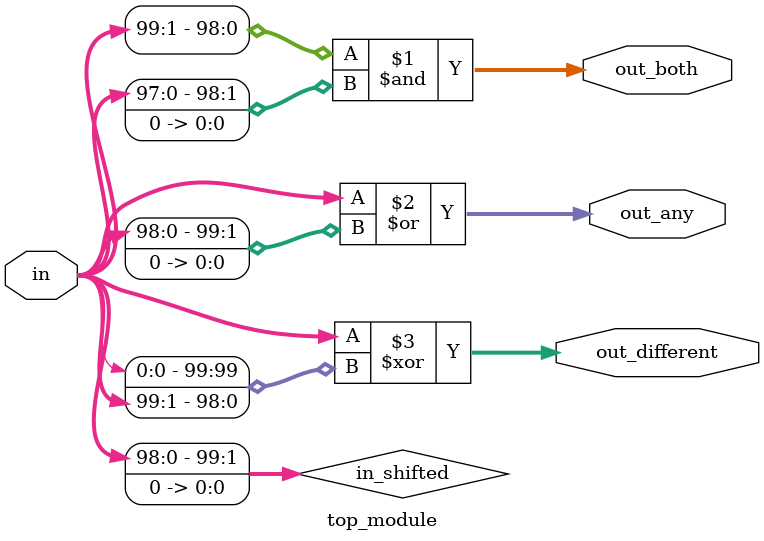
<source format=sv>
module top_module (
    input [99:0] in,
    output [98:0] out_both,
    output [99:0] out_any,
    output [99:0] out_different
);

    wire [99:0] in_shifted;

    assign in_shifted = {in[98:0], 1'b0}; // Shift in left by 1 bit

    assign out_both = in[99:1] & in_shifted[98:0];
    assign out_any = in | in_shifted;
    assign out_different = in ^ {in[0], in[99:1]};

endmodule

</source>
